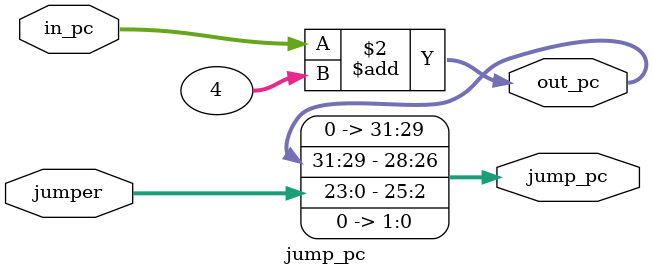
<source format=v>
module jump_pc(in_pc,jumper,jump_pc,out_pc);

  // This module takes care of the jump statements
  
  input [31:0]in_pc;
  input [25:0]jumper;
  output reg [31:0]jump_pc=0,out_pc=0;

  always@(in_pc)
  begin
    out_pc = in_pc+4;
  end

  always@(out_pc,jumper)
  begin
    jump_pc = {out_pc[31:29],jumper<<2};
  end
endmodule
</source>
